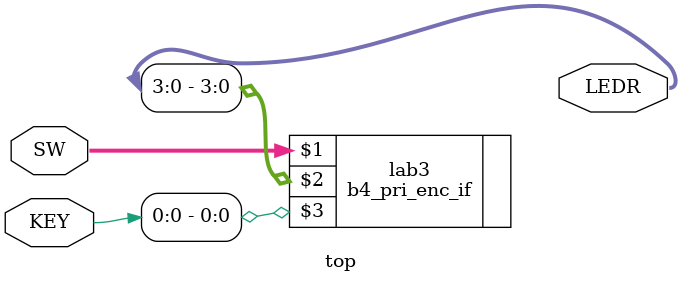
<source format=v>

module top (SW, KEY, LEDR);

    input wire [9:0] SW;        // DE-series switches
    input wire [3:0] KEY;       // DE-series pushbuttons

    output wire [9:0] LEDR;     // DE-series LEDs   

    b4_pri_enc_if lab3 (SW[9:0], LEDR[3:0], KEY[0]);
 
endmodule


</source>
